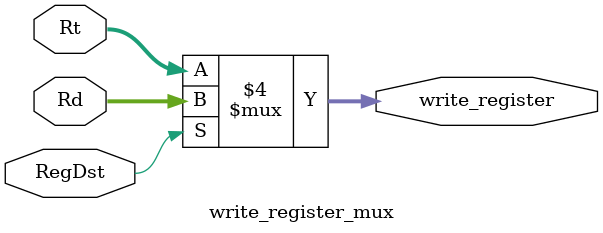
<source format=v>
module write_register_mux (
  input [4:0] Rt,
  input [4:0] Rd,
  input RegDst,

  output reg [4:0] write_register
);

always @(*) begin
  if (RegDst == 1) begin
    write_register <= Rd;
  end else begin
    write_register <= Rt;
  end
end

endmodule

</source>
